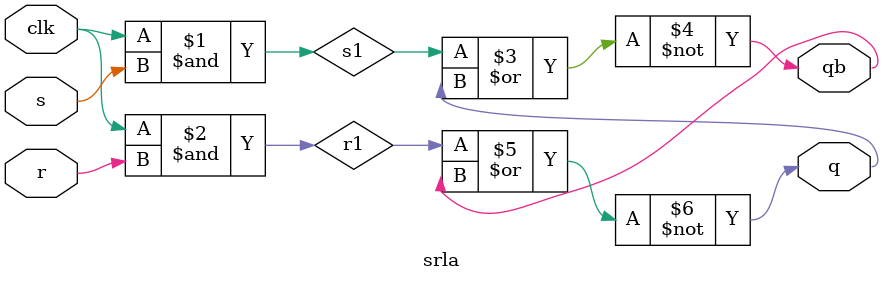
<source format=sv>
`timescale 1ns/1ps

module jkff(
   input  clk,
   input  reset, 
   input  j,
   input  k,
   output q,
   output qb
   );
   
   wire   js;  
   wire   ks; 
   wire   cm ;  
   wire   cs;
   wire   j1;  
   wire   k1;  
   wire   jm;  
   wire   km; 
   
   
   and(j1, j, qb);
   and(k1, k, q); 
   
   and(jm , ~reset  , j1);
   or(km , reset , k1);   
     
   not(cm, clk);
   buf(cs , clk);
   
   srla master(cm, jm, km,js, ks);
   srla slave(cs, js, ks ,q, qb);   
endmodule 

module srla(
   input  clk,   
   input  s,
   input  r,
   output q,
   output qb
   );
   wire   s1;
   wire   r1;
   
   and(s1, clk, s);
   and(r1, clk, r);   
   nor(qb, s1, q);
   nor(q, r1, qb);
endmodule 
</source>
